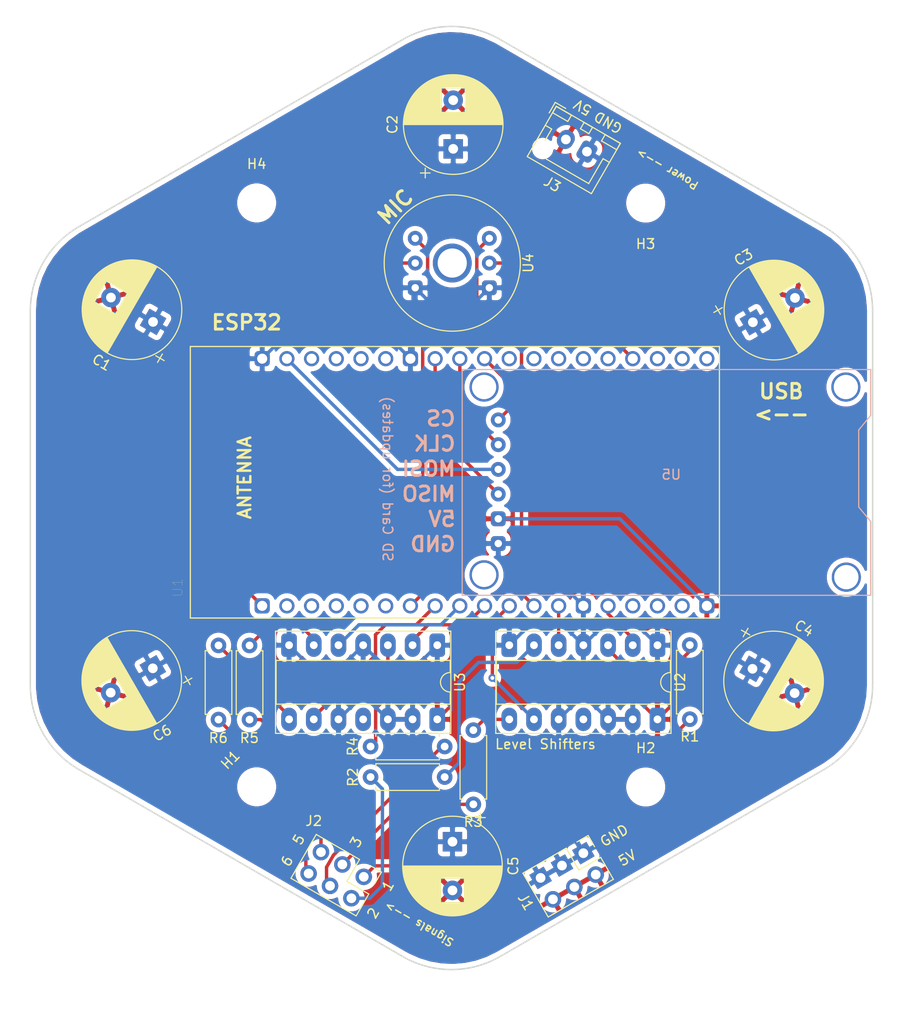
<source format=kicad_pcb>
(kicad_pcb (version 20171130) (host pcbnew 5.1.5+dfsg1-2build2)
  (layers (0 F.Cu signal) (31 B.Cu signal) (34 B.Paste user) (35 F.Paste user) (36 B.SilkS user) (37 F.SilkS user) (38 B.Mask user) (39 F.Mask user) (44 Edge.Cuts user))
  (net 0 "")
  (net 1 STRIP_2)
  (net 2 STRIP_1)
  (net 3 STRIP_3)
  (net 4 STRIP_4)
  (net 5 STRIP_5)
  (net 6 STRIP_6)
  (net 7 5V)
  (net 8 GND)
  (net 9 STRIP6_OUT)
  (net 10 STRIP5_OUT)
  (net 11 STRIP4_OUT)
  (net 12 STRIP3_OUT)
  (net 13 STRIP2_OUT)
  (net 14 STRIP1_OUT)
  (net 15 "Net-(R1-Pad1)")
  (net 16 "Net-(R2-Pad1)")
  (net 17 "Net-(R3-Pad1)")
  (net 18 "Net-(R4-Pad1)")
  (net 19 "Net-(R5-Pad1)")
  (net 20 "Net-(R6-Pad1)")
  (net 21 "Net-(U2-Pad11)")
  (net 22 WS)
  (net 23 SD)
  (net 24 3v3)
  (net 25 MISO)
  (net 26 CLK)
  (net 27 MOSI)
  (net 28 CS)
  (net 29 MIC_SCK)
  (net 30 "Net-(U3-Pad11)")
  (net 31 "Net-(U1-Pad38)")
  (net 32 "Net-(U1-Pad37)")
  (net 33 "Net-(U1-Pad36)")
  (net 34 "Net-(U1-Pad34)")
  (net 35 "Net-(U1-Pad33)")
  (net 36 "Net-(U1-Pad32)")
  (net 37 "Net-(U1-Pad31)")
  (net 38 "Net-(U1-Pad30)")
  (net 39 "Net-(U1-Pad25)")
  (net 40 "Net-(U1-Pad24)")
  (net 41 "Net-(U1-Pad23)")
  (net 42 "Net-(U1-Pad22)")
  (net 43 "Net-(U1-Pad18)")
  (net 44 "Net-(U1-Pad17)")
  (net 45 "Net-(U1-Pad16)")
  (net 46 "Net-(U1-Pad6)")
  (net 47 "Net-(U1-Pad5)")
  (net 48 "Net-(U1-Pad4)")
  (net 49 "Net-(U1-Pad3)")
  (net 50 "Net-(U1-Pad2)")
  (module esp32-devkitd:MODULE_ESP32-DEVKITC-32D (layer F.Cu) (at 138.588 98.637 90)
    (fp_text reference U1 (at -10.829175 -28.446045 90) (layer F.SilkS) (effects (font (size 1.000386 1.000386) (thickness 0.015))))
    (fp_text value ESP32-DEVKITC-32D)
    (pad 38 thru_hole circle (at 12.7 25.96 90) (size 1.56 1.56) (drill 1.04) (layers *.Cu *.Mask) (net 31 "Net-(U1-Pad38)"))
    (pad 37 thru_hole circle (at 12.7 23.42 90) (size 1.56 1.56) (drill 1.04) (layers *.Cu *.Mask) (net 32 "Net-(U1-Pad37)"))
    (pad 36 thru_hole circle (at 12.7 20.88 90) (size 1.56 1.56) (drill 1.04) (layers *.Cu *.Mask) (net 33 "Net-(U1-Pad36)"))
    (pad 35 thru_hole circle (at 12.7 18.34 90) (size 1.56 1.56) (drill 1.04) (layers *.Cu *.Mask) (net 22 WS))
    (pad 34 thru_hole circle (at 12.7 15.8 90) (size 1.56 1.56) (drill 1.04) (layers *.Cu *.Mask) (net 34 "Net-(U1-Pad34)"))
    (pad 33 thru_hole circle (at 12.7 13.26 90) (size 1.56 1.56) (drill 1.04) (layers *.Cu *.Mask) (net 35 "Net-(U1-Pad33)"))
    (pad 32 thru_hole circle (at 12.7 10.72 90) (size 1.56 1.56) (drill 1.04) (layers *.Cu *.Mask) (net 36 "Net-(U1-Pad32)"))
    (pad 31 thru_hole circle (at 12.7 8.18 90) (size 1.56 1.56) (drill 1.04) (layers *.Cu *.Mask) (net 37 "Net-(U1-Pad31)"))
    (pad 30 thru_hole circle (at 12.7 5.64 90) (size 1.56 1.56) (drill 1.04) (layers *.Cu *.Mask) (net 38 "Net-(U1-Pad30)"))
    (pad 29 thru_hole circle (at 12.7 3.1 90) (size 1.56 1.56) (drill 1.04) (layers *.Cu *.Mask) (net 28 CS))
    (pad 28 thru_hole circle (at 12.7 0.56 90) (size 1.56 1.56) (drill 1.04) (layers *.Cu *.Mask) (net 26 CLK))
    (pad 27 thru_hole circle (at 12.7 -1.98 90) (size 1.56 1.56) (drill 1.04) (layers *.Cu *.Mask) (net 25 MISO))
    (pad 26 thru_hole roundrect (at 12.7 -4.52 90) (size 1.56 1.56) (drill 1.04) (layers *.Cu *.Mask) (net 8 GND))
    (pad 25 thru_hole circle (at 12.7 -7.06 90) (size 1.56 1.56) (drill 1.04) (layers *.Cu *.Mask) (net 39 "Net-(U1-Pad25)"))
    (pad 24 thru_hole circle (at 12.7 -9.6 90) (size 1.56 1.56) (drill 1.04) (layers *.Cu *.Mask) (net 40 "Net-(U1-Pad24)"))
    (pad 23 thru_hole circle (at 12.7 -12.14 90) (size 1.56 1.56) (drill 1.04) (layers *.Cu *.Mask) (net 41 "Net-(U1-Pad23)"))
    (pad 22 thru_hole circle (at 12.7 -14.68 90) (size 1.56 1.56) (drill 1.04) (layers *.Cu *.Mask) (net 42 "Net-(U1-Pad22)"))
    (pad 21 thru_hole circle (at 12.7 -17.22 90) (size 1.56 1.56) (drill 1.04) (layers *.Cu *.Mask) (net 27 MOSI))
    (pad 20 thru_hole roundrect (at 12.7 -19.76 90) (size 1.56 1.56) (drill 1.04) (layers *.Cu *.Mask) (net 8 GND))
    (pad 18 thru_hole circle (at -12.7 23.42 90) (size 1.56 1.56) (drill 1.04) (layers *.Cu *.Mask) (net 43 "Net-(U1-Pad18)"))
    (pad 17 thru_hole circle (at -12.7 20.88 90) (size 1.56 1.56) (drill 1.04) (layers *.Cu *.Mask) (net 44 "Net-(U1-Pad17)"))
    (pad 16 thru_hole circle (at -12.7 18.34 90) (size 1.56 1.56) (drill 1.04) (layers *.Cu *.Mask) (net 45 "Net-(U1-Pad16)"))
    (pad 15 thru_hole circle (at -12.7 15.8 90) (size 1.56 1.56) (drill 1.04) (layers *.Cu *.Mask) (net 2 STRIP_1))
    (pad 14 thru_hole roundrect (at -12.7 13.26 90) (size 1.56 1.56) (drill 1.04) (layers *.Cu *.Mask) (net 8 GND))
    (pad 13 thru_hole circle (at -12.7 10.72 90) (size 1.56 1.56) (drill 1.04) (layers *.Cu *.Mask) (net 1 STRIP_2))
    (pad 12 thru_hole circle (at -12.7 8.18 90) (size 1.56 1.56) (drill 1.04) (layers *.Cu *.Mask) (net 29 MIC_SCK))
    (pad 11 thru_hole circle (at -12.7 5.64 90) (size 1.56 1.56) (drill 1.04) (layers *.Cu *.Mask) (net 3 STRIP_3))
    (pad 10 thru_hole circle (at -12.7 3.1 90) (size 1.56 1.56) (drill 1.04) (layers *.Cu *.Mask) (net 4 STRIP_4))
    (pad 9 thru_hole circle (at -12.7 0.56 90) (size 1.56 1.56) (drill 1.04) (layers *.Cu *.Mask) (net 5 STRIP_5))
    (pad 8 thru_hole circle (at -12.7 -1.98 90) (size 1.56 1.56) (drill 1.04) (layers *.Cu *.Mask) (net 6 STRIP_6))
    (pad 7 thru_hole circle (at -12.7 -4.52 90) (size 1.56 1.56) (drill 1.04) (layers *.Cu *.Mask) (net 23 SD))
    (pad 6 thru_hole circle (at -12.7 -7.06 90) (size 1.56 1.56) (drill 1.04) (layers *.Cu *.Mask) (net 46 "Net-(U1-Pad6)"))
    (pad 5 thru_hole circle (at -12.7 -9.6 90) (size 1.56 1.56) (drill 1.04) (layers *.Cu *.Mask) (net 47 "Net-(U1-Pad5)"))
    (pad 4 thru_hole circle (at -12.7 -12.14 90) (size 1.56 1.56) (drill 1.04) (layers *.Cu *.Mask) (net 48 "Net-(U1-Pad4)"))
    (pad 3 thru_hole circle (at -12.7 -14.68 90) (size 1.56 1.56) (drill 1.04) (layers *.Cu *.Mask) (net 49 "Net-(U1-Pad3)"))
    (pad 19 thru_hole roundrect (at -12.7 25.96 90) (size 1.56 1.56) (drill 1.04) (layers *.Cu *.Mask) (net 7 5V))
    (pad 2 thru_hole circle (at -12.7 -17.22 90) (size 1.56 1.56) (drill 1.04) (layers *.Cu *.Mask) (net 50 "Net-(U1-Pad2)"))
    (pad 1 thru_hole roundrect (at -12.7 -19.76 90) (size 1.56 1.56) (drill 1.04) (layers *.Cu *.Mask) (net 24 3v3))
  )
  (module Package_DIP:DIP-14_W7.62mm_Socket_LongPads (layer F.Cu) (at 136.8298 115.37696 270)
    (fp_text reference U3 (at 3.81 -2.33 90) (layer F.SilkS))
    (fp_text value 74HCT125)
    (pad 14 thru_hole roundrect (at 7.62 0 270) (size 2.4 1.6) (drill 0.8) (layers *.Cu *.Mask) (net 7 5V))
    (pad 7 thru_hole roundrect (at 0 15.24 270) (size 2.4 1.6) (drill 0.8) (layers *.Cu *.Mask) (net 8 GND))
    (pad 13 thru_hole oval (at 7.62 2.54 270) (size 2.4 1.6) (drill 0.8) (layers *.Cu *.Mask) (net 8 GND))
    (pad 6 thru_hole oval (at 0 12.7 270) (size 2.4 1.6) (drill 0.8) (layers *.Cu *.Mask) (net 19 "Net-(R5-Pad1)"))
    (pad 12 thru_hole oval (at 7.62 5.08 270) (size 2.4 1.6) (drill 0.8) (layers *.Cu *.Mask) (net 8 GND))
    (pad 5 thru_hole oval (at 0 10.16 270) (size 2.4 1.6) (drill 0.8) (layers *.Cu *.Mask) (net 5 STRIP_5))
    (pad 11 thru_hole oval (at 7.62 7.62 270) (size 2.4 1.6) (drill 0.8) (layers *.Cu *.Mask) (net 30 "Net-(U3-Pad11)"))
    (pad 4 thru_hole oval (at 0 7.62 270) (size 2.4 1.6) (drill 0.8) (layers *.Cu *.Mask) (net 8 GND))
    (pad 10 thru_hole oval (at 7.62 10.16 270) (size 2.4 1.6) (drill 0.8) (layers *.Cu *.Mask) (net 8 GND))
    (pad 3 thru_hole oval (at 0 5.08 270) (size 2.4 1.6) (drill 0.8) (layers *.Cu *.Mask) (net 18 "Net-(R4-Pad1)"))
    (pad 9 thru_hole oval (at 7.62 12.7 270) (size 2.4 1.6) (drill 0.8) (layers *.Cu *.Mask) (net 6 STRIP_6))
    (pad 2 thru_hole oval (at 0 2.54 270) (size 2.4 1.6) (drill 0.8) (layers *.Cu *.Mask) (net 4 STRIP_4))
    (pad 8 thru_hole oval (at 7.62 15.24 270) (size 2.4 1.6) (drill 0.8) (layers *.Cu *.Mask) (net 20 "Net-(R6-Pad1)"))
    (pad 1 thru_hole roundrect (at 0 0 270) (size 2.4 1.6) (drill 0.8) (layers *.Cu *.Mask) (net 8 GND))
  )
  (module Package_DIP:DIP-14_W7.62mm_Socket_LongPads (layer F.Cu) (at 159.47 115.38 270)
    (fp_text reference U2 (at 3.81 -2.33 90) (layer F.SilkS))
    (fp_text value 74HCT125)
    (pad 1 thru_hole roundrect (at 0 0 270) (size 2.4 1.6) (drill 0.8) (layers *.Cu *.Mask) (net 8 GND))
    (pad 8 thru_hole oval (at 7.62 15.24 270) (size 2.4 1.6) (drill 0.8) (layers *.Cu *.Mask) (net 17 "Net-(R3-Pad1)"))
    (pad 2 thru_hole oval (at 0 2.54 270) (size 2.4 1.6) (drill 0.8) (layers *.Cu *.Mask) (net 2 STRIP_1))
    (pad 9 thru_hole oval (at 7.62 12.7 270) (size 2.4 1.6) (drill 0.8) (layers *.Cu *.Mask) (net 3 STRIP_3))
    (pad 3 thru_hole oval (at 0 5.08 270) (size 2.4 1.6) (drill 0.8) (layers *.Cu *.Mask) (net 15 "Net-(R1-Pad1)"))
    (pad 10 thru_hole oval (at 7.62 10.16 270) (size 2.4 1.6) (drill 0.8) (layers *.Cu *.Mask) (net 8 GND))
    (pad 4 thru_hole oval (at 0 7.62 270) (size 2.4 1.6) (drill 0.8) (layers *.Cu *.Mask) (net 8 GND))
    (pad 11 thru_hole oval (at 7.62 7.62 270) (size 2.4 1.6) (drill 0.8) (layers *.Cu *.Mask) (net 21 "Net-(U2-Pad11)"))
    (pad 5 thru_hole oval (at 0 10.16 270) (size 2.4 1.6) (drill 0.8) (layers *.Cu *.Mask) (net 1 STRIP_2))
    (pad 12 thru_hole oval (at 7.62 5.08 270) (size 2.4 1.6) (drill 0.8) (layers *.Cu *.Mask) (net 8 GND))
    (pad 6 thru_hole oval (at 0 12.7 270) (size 2.4 1.6) (drill 0.8) (layers *.Cu *.Mask) (net 16 "Net-(R2-Pad1)"))
    (pad 13 thru_hole oval (at 7.62 2.54 270) (size 2.4 1.6) (drill 0.8) (layers *.Cu *.Mask) (net 8 GND))
    (pad 7 thru_hole roundrect (at 0 15.24 270) (size 2.4 1.6) (drill 0.8) (layers *.Cu *.Mask) (net 8 GND))
    (pad 14 thru_hole roundrect (at 7.62 0 270) (size 2.4 1.6) (drill 0.8) (layers *.Cu *.Mask) (net 7 5V))
  )
  (module kwmobile_sdcard_module:sdcard_module (layer B.Cu) (at 139.39 87.05)
    (fp_text reference U5 (at 21.5 10.8 180) (layer B.SilkS) (effects (justify mirror)))
    (fp_text value sdcard_module)
    (pad "" np_thru_hole circle (at 39.45 1.8) (size 3 3) (drill 2.5) (layers *.Cu *.Mask))
    (pad "" np_thru_hole circle (at 2.25 1.8) (size 3 3) (drill 2.5) (layers *.Cu *.Mask))
    (pad "" np_thru_hole circle (at 2.25 21.1) (size 3 3) (drill 2.5) (layers *.Cu *.Mask))
    (pad "" np_thru_hole circle (at 39.497 21.336) (size 3 3) (drill 2.5) (layers *.Cu *.Mask))
    (pad 6 thru_hole circle (at 3.71 5.18) (size 1.524 1.524) (drill 0.762) (layers *.Cu *.Mask) (net 28 CS))
    (pad 5 thru_hole circle (at 3.71 7.72) (size 1.524 1.524) (drill 0.762) (layers *.Cu *.Mask) (net 26 CLK))
    (pad 4 thru_hole circle (at 3.71 10.26) (size 1.524 1.524) (drill 0.762) (layers *.Cu *.Mask) (net 27 MOSI))
    (pad 3 thru_hole circle (at 3.71 12.8) (size 1.524 1.524) (drill 0.762) (layers *.Cu *.Mask) (net 25 MISO))
    (pad 2 thru_hole roundrect (at 3.71 15.34) (size 1.524 1.524) (drill 0.762) (layers *.Cu *.Mask) (net 7 5V))
    (pad 1 thru_hole roundrect (at 3.71 17.88) (size 1.524 1.524) (drill 0.762) (layers *.Cu *.Mask) (net 8 GND))
  )
  (module Capacitor_THT:CP_Radial_D10.0mm_P5.00mm (layer F.Cu) (at 107.6071 82.1563 150)
    (fp_text reference C1 (at 2.5 -6.25 150) (layer F.SilkS))
    (fp_text value C)
    (pad 1 thru_hole rect (at 0 0 150) (size 2 2) (drill 1) (layers *.Cu *.Mask) (net 8 GND))
    (pad 2 thru_hole circle (at 5 0 150) (size 2 2) (drill 1) (layers *.Cu *.Mask) (net 7 5V))
  )
  (module Capacitor_THT:CP_Radial_D10.0mm_P5.00mm (layer F.Cu) (at 107.5817 117.7544 210)
    (fp_text reference C6 (at 2.500001 -6.25 30) (layer F.SilkS))
    (fp_text value C)
    (pad 1 thru_hole rect (at 0 0 210) (size 2 2) (drill 1) (layers *.Cu *.Mask) (net 8 GND))
    (pad 2 thru_hole circle (at 5 0 210) (size 2 2) (drill 1) (layers *.Cu *.Mask) (net 7 5V))
  )
  (module Connector_PinHeader_2.54mm:PinHeader_2x03_P2.54mm_Vertical (layer F.Cu) (at 151.85 136.75 300)
    (fp_text reference J1 (at 1.378787 7.63187 120) (layer F.SilkS))
    (fp_text value Conn_02x03_Counter_Clockwise)
    (pad 6 thru_hole oval (at 2.54 5.08 300) (size 1.7 1.7) (drill 1) (layers *.Cu *.Mask) (net 7 5V))
    (pad 5 thru_hole rect (at 0 5.08 300) (size 1.7 1.7) (drill 1) (layers *.Cu *.Mask) (net 8 GND))
    (pad 4 thru_hole oval (at 2.54 2.54 300) (size 1.7 1.7) (drill 1) (layers *.Cu *.Mask) (net 7 5V))
    (pad 3 thru_hole rect (at 0 2.54 300) (size 1.7 1.7) (drill 1) (layers *.Cu *.Mask) (net 8 GND))
    (pad 2 thru_hole oval (at 2.54 0 300) (size 1.7 1.7) (drill 1) (layers *.Cu *.Mask) (net 7 5V))
    (pad 1 thru_hole rect (at 0 0 300) (size 1.7 1.7) (drill 1) (layers *.Cu *.Mask) (net 8 GND))
  )
  (module MountingHole:MountingHole_3mm (layer F.Cu) (at 118.26 69.93)
    (fp_text reference H4 (at 0 -4) (layer F.SilkS))
    (fp_text value MountingHole)
    (pad 1 np_thru_hole circle (at 0 0) (size 3 3) (drill 3) (layers *.Cu *.Mask))
  )
  (module MountingHole:MountingHole_3mm (layer F.Cu) (at 158.26 69.95)
    (fp_text reference H3 (at -0.01 4.2) (layer F.SilkS))
    (fp_text value MountingHole)
    (pad 1 np_thru_hole circle (at 0 0) (size 3 3) (drill 3) (layers *.Cu *.Mask))
  )
  (module MountingHole:MountingHole_3mm (layer F.Cu) (at 158.26 129.95)
    (fp_text reference H2 (at 0 -4) (layer F.SilkS))
    (fp_text value MountingHole)
    (pad 1 np_thru_hole circle (at 0 0) (size 3 3) (drill 3) (layers *.Cu *.Mask))
  )
  (module MountingHole:MountingHole_3mm (layer F.Cu) (at 118.26 129.93)
    (fp_text reference H1 (at -2.7 -2.77 45) (layer F.SilkS))
    (fp_text value MountingHole)
    (pad 1 np_thru_hole circle (at 0 0) (size 3 3) (drill 3) (layers *.Cu *.Mask))
  )
  (module Capacitor_THT:CP_Radial_D10.0mm_P5.00mm (layer F.Cu) (at 138.3919 135.5725 270)
    (fp_text reference C5 (at 2.5 -6.25 90) (layer F.SilkS))
    (fp_text value C)
    (pad 2 thru_hole circle (at 5 0 270) (size 2 2) (drill 1) (layers *.Cu *.Mask) (net 7 5V))
    (pad 1 thru_hole rect (at 0 0 270) (size 2 2) (drill 1) (layers *.Cu *.Mask) (net 8 GND))
  )
  (module Capacitor_THT:CP_Radial_D10.0mm_P5.00mm (layer F.Cu) (at 138.4681 64.3763 90)
    (fp_text reference C2 (at 2.5 -6.25 90) (layer F.SilkS))
    (fp_text value C)
    (pad 2 thru_hole circle (at 5 0 90) (size 2 2) (drill 1) (layers *.Cu *.Mask) (net 7 5V))
    (pad 1 thru_hole rect (at 0 0 90) (size 2 2) (drill 1) (layers *.Cu *.Mask) (net 8 GND))
  )
  (module Capacitor_THT:CP_Radial_D10.0mm_P5.00mm (layer F.Cu) (at 169.2783 82.19186 30)
    (fp_text reference C3 (at 2.5 -6.25 30) (layer F.SilkS))
    (fp_text value C)
    (pad 1 thru_hole rect (at 0 0 30) (size 2 2) (drill 1) (layers *.Cu *.Mask) (net 8 GND))
    (pad 2 thru_hole circle (at 5 0 30) (size 2 2) (drill 1) (layers *.Cu *.Mask) (net 7 5V))
  )
  (module Capacitor_THT:CP_Radial_D10.0mm_P5.00mm (layer F.Cu) (at 169.2402 117.8052 330)
    (fp_text reference C4 (at 2.5 -6.25 150) (layer F.SilkS))
    (fp_text value C)
    (pad 2 thru_hole circle (at 5 0 330) (size 2 2) (drill 1) (layers *.Cu *.Mask) (net 7 5V))
    (pad 1 thru_hole rect (at 0 0 330) (size 2 2) (drill 1) (layers *.Cu *.Mask) (net 8 GND))
  )
  (module inmp441:inmp441 (layer F.Cu) (at 138.37 76.11 90)
    (fp_text reference U4 (at 0 7.82 270) (layer F.SilkS))
    (fp_text value INMP441)
    (pad 1 thru_hole roundrect (at -2.54 -3.81 90) (size 1.524 1.524) (drill 0.762) (layers *.Cu *.Mask) (net 8 GND))
    (pad 2 thru_hole circle (at 0 -3.81 90) (size 1.524 1.524) (drill 0.762) (layers *.Cu *.Mask) (net 24 3v3))
    (pad 3 thru_hole circle (at 2.54 -3.81 90) (size 1.524 1.524) (drill 0.762) (layers *.Cu *.Mask) (net 23 SD))
    (pad 6 thru_hole circle (at 2.54 3.81 180) (size 1.524 1.524) (drill 0.762) (layers *.Cu *.Mask) (net 29 MIC_SCK))
    (pad 5 thru_hole circle (at 0 3.81 90) (size 1.524 1.524) (drill 0.762) (layers *.Cu *.Mask) (net 22 WS))
    (pad 4 thru_hole roundrect (at -2.54 3.81 90) (size 1.524 1.524) (drill 0.762) (layers *.Cu *.Mask) (net 8 GND))
    (pad "" np_thru_hole circle (at 0 0 90) (size 4 4) (drill 3) (layers *.Cu *.Mask))
  )
  (module Resistor_THT:R_Axial_DIN0207_L6.3mm_D2.5mm_P7.62mm_Horizontal (layer F.Cu) (at 137.59 128.93 180)
    (fp_text reference R2 (at 9.44 -0.01 270) (layer F.SilkS))
    (fp_text value 4,7k)
    (pad 1 thru_hole circle (at 0 0 180) (size 1.6 1.6) (drill 0.8) (layers *.Cu *.Mask) (net 16 "Net-(R2-Pad1)"))
    (pad 2 thru_hole oval (at 7.62 0 180) (size 1.6 1.6) (drill 0.8) (layers *.Cu *.Mask) (net 13 STRIP2_OUT))
  )
  (module Connector_JST:JST_XH_B2B-XH-AM_1x02_P2.50mm_Vertical (layer F.Cu) (at 150.05 63.41 330)
    (fp_text reference J3 (at 1.087564 4.683717 150) (layer F.SilkS))
    (fp_text value Conn_02x01)
    (pad 1 thru_hole oval (at 0 0 330) (size 1.7 2) (drill 1) (layers *.Cu *.Mask) (net 7 5V))
    (pad 2 thru_hole roundrect (at 2.5 0 330) (size 1.7 2) (drill 1) (layers *.Cu *.Mask) (net 8 GND))
    (pad "" np_thru_hole circle (at -1.6 2 330) (size 1.2 1.2) (drill 1.2) (layers *.Cu *.Mask))
  )
  (module Connector_PinHeader_2.54mm:PinHeader_2x03_P2.54mm_Vertical (layer F.Cu) (at 129.27 139.18 240)
    (fp_text reference J2 (at -2.400986 7.321371) (layer F.SilkS))
    (fp_text value Conn_02x03_Counter_Clockwise)
    (pad 6 thru_hole oval (at 2.54 5.08 240) (size 1.7 1.7) (drill 1) (layers *.Cu *.Mask) (net 9 STRIP6_OUT))
    (pad 5 thru_hole oval (at 0 5.08 240) (size 1.7 1.7) (drill 1) (layers *.Cu *.Mask) (net 10 STRIP5_OUT))
    (pad 4 thru_hole oval (at 2.54 2.54 240) (size 1.7 1.7) (drill 1) (layers *.Cu *.Mask) (net 11 STRIP4_OUT))
    (pad 3 thru_hole oval (at 0 2.54 240) (size 1.7 1.7) (drill 1) (layers *.Cu *.Mask) (net 12 STRIP3_OUT))
    (pad 2 thru_hole oval (at 2.54 0 240) (size 1.7 1.7) (drill 1) (layers *.Cu *.Mask) (net 13 STRIP2_OUT))
    (pad 1 thru_hole circle (at 0 0 240) (size 1.7 1.7) (drill 1) (layers *.Cu *.Mask) (net 14 STRIP1_OUT))
  )
  (module Resistor_THT:R_Axial_DIN0207_L6.3mm_D2.5mm_P7.62mm_Horizontal (layer F.Cu) (at 114.33704 115.4 270)
    (fp_text reference R6 (at 9.514 0.02 180) (layer F.SilkS))
    (fp_text value 4,7k)
    (pad 1 thru_hole circle (at 0 0 270) (size 1.6 1.6) (drill 0.8) (layers *.Cu *.Mask) (net 20 "Net-(R6-Pad1)"))
    (pad 2 thru_hole oval (at 7.62 0 270) (size 1.6 1.6) (drill 0.8) (layers *.Cu *.Mask) (net 9 STRIP6_OUT))
  )
  (module Resistor_THT:R_Axial_DIN0207_L6.3mm_D2.5mm_P7.62mm_Horizontal (layer F.Cu) (at 117.52704 115.404 270)
    (fp_text reference R5 (at 9.514 0.02 180) (layer F.SilkS))
    (fp_text value 4,7k)
    (pad 1 thru_hole circle (at 0 0 270) (size 1.6 1.6) (drill 0.8) (layers *.Cu *.Mask) (net 19 "Net-(R5-Pad1)"))
    (pad 2 thru_hole oval (at 7.62 0 270) (size 1.6 1.6) (drill 0.8) (layers *.Cu *.Mask) (net 10 STRIP5_OUT))
  )
  (module Resistor_THT:R_Axial_DIN0207_L6.3mm_D2.5mm_P7.62mm_Horizontal (layer F.Cu) (at 129.97 125.79)
    (fp_text reference R4 (at -1.84 0 -90) (layer F.SilkS))
    (fp_text value 4,7k)
    (pad 2 thru_hole oval (at 7.62 0) (size 1.6 1.6) (drill 0.8) (layers *.Cu *.Mask) (net 11 STRIP4_OUT))
    (pad 1 thru_hole circle (at 0 0) (size 1.6 1.6) (drill 0.8) (layers *.Cu *.Mask) (net 18 "Net-(R4-Pad1)"))
  )
  (module Resistor_THT:R_Axial_DIN0207_L6.3mm_D2.5mm_P7.62mm_Horizontal (layer F.Cu) (at 140.5382 124.10948 270)
    (fp_text reference R3 (at 9.42 0.01 180) (layer F.SilkS))
    (fp_text value 4,7k)
    (pad 2 thru_hole oval (at 7.62 0 270) (size 1.6 1.6) (drill 0.8) (layers *.Cu *.Mask) (net 12 STRIP3_OUT))
    (pad 1 thru_hole circle (at 0 0 270) (size 1.6 1.6) (drill 0.8) (layers *.Cu *.Mask) (net 17 "Net-(R3-Pad1)"))
  )
  (module Resistor_THT:R_Axial_DIN0207_L6.3mm_D2.5mm_P7.62mm_Horizontal (layer F.Cu) (at 162.79368 115.36172 270)
    (fp_text reference R1 (at 9.398 0 180) (layer F.SilkS))
    (fp_text value 4,7k)
    (pad 2 thru_hole oval (at 7.62 0 270) (size 1.6 1.6) (drill 0.8) (layers *.Cu *.Mask) (net 14 STRIP1_OUT))
    (pad 1 thru_hole circle (at 0 0 270) (size 1.6 1.6) (drill 0.8) (layers *.Cu *.Mask) (net 15 "Net-(R1-Pad1)"))
  )
  (gr_text ANTENNA (at 117.0178 98.1583 90) (layer F.SilkS) (effects (font (size 1.3 1.3) (thickness 0.25))))
  (gr_text github.com/barafael/dodeca-blink (at 105.1 99.67 90) (layer F.Cu) (effects (font (size 0.8 0.8))))
  (gr_text github.com/barafael/dodeca-blink-pcb (at 107.41 99.669999 90) (layer F.Cu) (effects (font (size 0.8 0.8))))
  (gr_text <-- (at 172.23 91.61) (layer F.SilkS) (effects (font (size 1.5 1.5) (thickness 0.3))))
  (gr_text USB (at 172.19 89.3) (layer F.SilkS) (effects (font (size 1.5 1.5) (thickness 0.3))))
  (gr_text "Rafael Bachmann (March 2021)" (at 109.72 99.67 90) (layer F.Cu) (effects (font (size 0.8 0.8))))
  (gr_text "I wonder -" (at 110.66 131.45 -30) (layer F.Cu) (effects (font (size 1.5 1.5) (thickness 0.3))))
  (gr_text ...hexagonal? (at 126.29 60.11 -150) (layer F.Cu) (effects (font (size 1.5 1.5) (thickness 0.3))))
  (gr_text "is this..." (at 171.67 72.01 150) (layer F.Cu) (effects (font (size 1.5 1.5) (thickness 0.3))))
  (gr_text "oh, why..." (at 178.69 116.4 90) (layer F.Cu) (effects (font (size 1.5 1.5) (thickness 0.3))))
  (gr_text why... (at 168.62 129.21 30) (layer F.Cu) (effects (font (size 1.5 1.5) (thickness 0.3))))
  (gr_text 5V (at 156.36 137.25 30) (layer F.SilkS) (effects (font (size 1 1))))
  (gr_text GND (at 155.02 134.95 30) (layer F.SilkS) (effects (font (size 1 1))))
  (gr_text 5V (at 151.79 60.1 150) (layer F.SilkS) (effects (font (size 1 1))))
  (gr_text GND (at 154.41 61.64 150) (layer F.SilkS) (effects (font (size 1 1))))
  (gr_text "Power -->" (at 160.48 66.45 150) (layer F.SilkS) (effects (font (size 0.8 0.8))))
  (gr_text "Signals -->" (at 134.95 144.03 150) (layer F.SilkS) (effects (font (size 0.8 0.8))))
  (gr_text 6 (at 121.39 137.56 60) (layer F.SilkS) (effects (font (size 1 1))))
  (gr_text 5 (at 122.59 135.36 60) (layer F.SilkS) (effects (font (size 1 1))))
  (gr_text 3 (at 128.5 135.62 60) (layer F.SilkS) (effects (font (size 1 1))))
  (gr_text 2 (at 130.25 142.91 60) (layer F.SilkS) (effects (font (size 1 1))))
  (gr_text 1 (at 131.76 140.1 60) (layer F.SilkS) (effects (font (size 1 1))))
  (gr_text "SD Card (for updates)" (at 131.72 98.3 -90) (layer B.SilkS) (effects (font (size 1 1)) (justify mirror)))
  (gr_text "Level Shifters" (at 147.95 125.55) (layer F.SilkS) (effects (font (size 1 1))))
  (gr_text ESP32 (at 117.23 82.22) (layer F.SilkS) (effects (font (size 1.5 1.5) (thickness 0.3))))
  (gr_text MIC (at 132.52 70.35 45) (layer F.SilkS) (effects (font (size 1.5 1.5) (thickness 0.3))))
  (gr_text "Revision 2" (at 101.61 99.67 90) (layer F.Cu) (effects (font (size 1.5 1.5) (thickness 0.3))))
  (gr_text "Dodecahedron Controller" (at 98.02 99.67 90) (layer F.Cu) (effects (font (size 1.5 1.5) (thickness 0.3))))
  (gr_arc (start 138.280002 138.709741) (end 143.271342 147.374995) (angle 59.94270321) (layer Edge.Cuts) (width 0.15))
  (gr_arc (start 104.990005 119.494746) (end 99.981345 128.15) (angle 59.94270321) (layer Edge.Cuts) (width 0.15))
  (gr_arc (start 104.99 81.030258) (end 94.99 81.020258) (angle 59.94270321) (layer Edge.Cuts) (width 0.15))
  (gr_arc (start 138.29134 61.795254) (end 133.3 53.13) (angle 59.94270321) (layer Edge.Cuts) (width 0.15))
  (gr_arc (start 171.589995 81.035254) (end 176.598655 72.38) (angle 59.94270321) (layer Edge.Cuts) (width 0.15))
  (gr_arc (start 171.589997 119.489742) (end 181.589997 119.499742) (angle 59.94270321) (layer Edge.Cuts) (width 0.15))
  (gr_line (start 176.59 128.15) (end 143.271342 147.374995) (layer Edge.Cuts) (width 0.15))
  (gr_line (start 133.28 147.37) (end 99.981345 128.15) (layer Edge.Cuts) (width 0.15))
  (gr_line (start 94.99 119.494746) (end 94.99 81.020258) (layer Edge.Cuts) (width 0.15))
  (gr_line (start 99.989997 72.37) (end 133.3 53.13) (layer Edge.Cuts) (width 0.15))
  (gr_line (start 143.291342 53.134995) (end 176.598655 72.38) (layer Edge.Cuts) (width 0.15))
  (gr_line (start 181.59 81.035254) (end 181.589997 119.499742) (layer Edge.Cuts) (width 0.15))
  (gr_text GND (at 136.378571 105) (layer B.SilkS) (effects (font (size 1.5 1.5) (thickness 0.3)) (justify mirror)))
  (gr_text 5V (at 137.307143 102.42) (layer B.SilkS) (effects (font (size 1.5 1.5) (thickness 0.3)) (justify mirror)))
  (gr_text MISO (at 135.95 99.84) (layer B.SilkS) (effects (font (size 1.5 1.5) (thickness 0.3)) (justify mirror)))
  (gr_text MOSI (at 135.95 97.26) (layer B.SilkS) (effects (font (size 1.5 1.5) (thickness 0.3)) (justify mirror)))
  (gr_text CLK (at 136.557143 94.68) (layer B.SilkS) (effects (font (size 1.5 1.5) (thickness 0.3)) (justify mirror)))
  (gr_text CS (at 137.2 92.1) (layer B.SilkS) (effects (font (size 1.5 1.5) (thickness 0.3)) (justify mirror)))
  (segment (start 149.308 115.378) (end 149.31 115.38) (width 0.35) (layer F.Cu) (net 1))
  (segment (start 149.308 111.337) (end 149.308 115.378) (width 0.35) (layer F.Cu) (net 1))
  (segment (start 156.93 114.692) (end 156.93 115.38) (width 0.35) (layer F.Cu) (net 2))
  (segment (start 154.388 112.15) (end 156.93 114.692) (width 0.35) (layer F.Cu) (net 2))
  (segment (start 154.388 111.337) (end 154.388 112.15) (width 0.35) (layer F.Cu) (net 2))
  (segment (start 142.494 113.071) (end 142.494 118.745) (width 0.35) (layer F.Cu) (net 3))
  (segment (start 144.228 111.337) (end 142.494 113.071) (width 0.35) (layer F.Cu) (net 3))
  (segment (start 142.515 118.745) (end 142.494 118.745) (width 0.35) (layer B.Cu) (net 3))
  (segment (start 146.77 123) (end 142.515 118.745) (width 0.35) (layer B.Cu) (net 3))
  (via (at 142.494 118.745) (size 0.8) (drill 0.4) (layers F.Cu B.Cu) (net 3))
  (segment (start 134.29 114.884) (end 134.29 115.39) (width 0.35) (layer F.Cu) (net 4))
  (segment (start 135.889 113.284) (end 135.889 113.285) (width 0.35) (layer F.Cu) (net 4))
  (segment (start 139.741 113.284) (end 135.889 113.284) (width 0.35) (layer F.Cu) (net 4))
  (segment (start 141.688 111.337) (end 139.741 113.284) (width 0.35) (layer F.Cu) (net 4))
  (segment (start 135.889 113.285) (end 134.29 114.884) (width 0.35) (layer F.Cu) (net 4))
  (segment (start 137.201 113.284) (end 139.148 111.337) (width 0.35) (layer B.Cu) (net 5))
  (segment (start 128.776 113.284) (end 137.201 113.284) (width 0.35) (layer B.Cu) (net 5))
  (segment (start 126.67 115.39) (end 128.776 113.284) (width 0.35) (layer B.Cu) (net 5))
  (segment (start 131.496 113.284) (end 134.661 113.284) (width 0.35) (layer F.Cu) (net 6))
  (segment (start 134.661 113.284) (end 136.608 111.337) (width 0.35) (layer F.Cu) (net 6))
  (segment (start 130.48 114.3) (end 131.496 113.284) (width 0.35) (layer F.Cu) (net 6))
  (segment (start 130.48 116.407) (end 130.48 114.3) (width 0.35) (layer F.Cu) (net 6))
  (segment (start 124.13 122.757) (end 130.48 116.407) (width 0.35) (layer F.Cu) (net 6))
  (segment (start 124.13 123.01) (end 124.13 122.757) (width 0.35) (layer F.Cu) (net 6))
  (segment (start 155.601 102.39) (end 164.548 111.337) (width 0.35) (layer B.Cu) (net 7))
  (segment (start 143.1 102.39) (end 155.601 102.39) (width 0.35) (layer B.Cu) (net 7))
  (segment (start 136.83 123.01) (end 139.48 120.36) (width 0.35) (layer F.Cu) (net 7))
  (segment (start 139.48 120.36) (end 156.83 120.36) (width 0.35) (layer F.Cu) (net 7))
  (segment (start 156.83 120.36) (end 159.47 123) (width 0.35) (layer F.Cu) (net 7))
  (segment (start 159.47 123) (end 164.548 117.922) (width 0.35) (layer F.Cu) (net 7))
  (segment (start 164.548 117.922) (end 164.548 111.337) (width 0.35) (layer F.Cu) (net 7))
  (segment (start 134.068 85.937) (end 134.06 85.929) (width 0.25) (layer B.Cu) (net 8))
  (segment (start 145.441 104.93) (end 151.848 111.337) (width 0.35) (layer B.Cu) (net 8))
  (segment (start 143.1 104.93) (end 145.441 104.93) (width 0.35) (layer B.Cu) (net 8))
  (segment (start 151.848 115.378) (end 151.85 115.38) (width 0.35) (layer B.Cu) (net 8))
  (segment (start 151.848 111.337) (end 151.848 115.378) (width 0.35) (layer B.Cu) (net 8))
  (segment (start 121.59 115.39) (end 123.3702 117.1702) (width 0.35) (layer B.Cu) (net 8))
  (segment (start 127.4298 117.1702) (end 129.21 115.39) (width 0.35) (layer B.Cu) (net 8))
  (segment (start 123.3702 117.1702) (end 127.4298 117.1702) (width 0.35) (layer B.Cu) (net 8))
  (segment (start 129.21 115.39) (end 130.9902 117.1702) (width 0.35) (layer B.Cu) (net 8))
  (segment (start 135.0498 117.1702) (end 136.83 115.39) (width 0.35) (layer B.Cu) (net 8))
  (segment (start 130.9902 117.1702) (end 135.0498 117.1702) (width 0.35) (layer B.Cu) (net 8))
  (segment (start 144.22 115.39) (end 144.23 115.38) (width 0.35) (layer B.Cu) (net 8))
  (segment (start 136.83 115.39) (end 144.22 115.39) (width 0.35) (layer B.Cu) (net 8))
  (segment (start 151.85 115.38) (end 151.85 120.46) (width 0.35) (layer B.Cu) (net 8))
  (segment (start 151.85 120.46) (end 154.39 123) (width 0.35) (layer B.Cu) (net 8))
  (segment (start 154.39 123) (end 156.93 123) (width 0.35) (layer B.Cu) (net 8))
  (segment (start 151.85 120.46) (end 149.31 123) (width 0.35) (layer B.Cu) (net 8))
  (segment (start 129.21 115.39) (end 129.21 120.47) (width 0.35) (layer B.Cu) (net 8))
  (segment (start 129.21 120.47) (end 131.75 123.01) (width 0.35) (layer B.Cu) (net 8))
  (segment (start 131.75 123.01) (end 134.29 123.01) (width 0.35) (layer B.Cu) (net 8))
  (segment (start 129.21 120.47) (end 126.67 123.01) (width 0.35) (layer B.Cu) (net 8))
  (segment (start 134.3406 78.8694) (end 134.56 78.65) (width 0.35) (layer B.Cu) (net 8))
  (segment (start 134.3406 85.6644) (end 134.3406 78.8694) (width 0.35) (layer B.Cu) (net 8))
  (segment (start 134.068 85.937) (end 134.3406 85.6644) (width 0.35) (layer B.Cu) (net 8))
  (segment (start 149.881 113.411) (end 151.85 115.38) (width 0.35) (layer B.Cu) (net 8))
  (segment (start 146.199 113.411) (end 149.881 113.411) (width 0.35) (layer B.Cu) (net 8))
  (segment (start 144.23 115.38) (end 146.199 113.411) (width 0.35) (layer B.Cu) (net 8))
  (segment (start 153.819 113.411) (end 151.85 115.38) (width 0.35) (layer B.Cu) (net 8))
  (segment (start 157.501 113.411) (end 153.819 113.411) (width 0.35) (layer B.Cu) (net 8))
  (segment (start 159.47 115.38) (end 157.501 113.411) (width 0.35) (layer B.Cu) (net 8))
  (segment (start 131.443 83.312) (end 134.068 85.937) (width 0.35) (layer B.Cu) (net 8))
  (segment (start 121.453 83.312) (end 131.443 83.312) (width 0.35) (layer B.Cu) (net 8))
  (segment (start 118.828 85.937) (end 121.453 83.312) (width 0.35) (layer B.Cu) (net 8))
  (segment (start 136.174 80.264) (end 134.56 78.65) (width 0.35) (layer B.Cu) (net 8))
  (segment (start 140.566 80.264) (end 136.174 80.264) (width 0.35) (layer B.Cu) (net 8))
  (segment (start 142.18 78.65) (end 140.566 80.264) (width 0.35) (layer B.Cu) (net 8))
  (segment (start 116.53904 125.222) (end 118.618 125.222) (width 0.35) (layer F.Cu) (net 9))
  (segment (start 123.317 138.556114) (end 123.600591 138.839705) (width 0.35) (layer F.Cu) (net 9))
  (segment (start 123.317 129.921) (end 123.317 138.556114) (width 0.35) (layer F.Cu) (net 9))
  (segment (start 118.618 125.222) (end 123.317 129.921) (width 0.35) (layer F.Cu) (net 9))
  (segment (start 114.33704 123.02) (end 116.53904 125.222) (width 0.35) (layer F.Cu) (net 9))
  (segment (start 124.870591 129.203831) (end 124.870591 129.544591) (width 0.35) (layer F.Cu) (net 10))
  (segment (start 118.69076 123.024) (end 124.870591 129.203831) (width 0.35) (layer F.Cu) (net 10))
  (segment (start 124.870591 129.544591) (end 124.870591 136.64) (width 0.35) (layer F.Cu) (net 10))
  (segment (start 117.52704 123.024) (end 118.69076 123.024) (width 0.35) (layer F.Cu) (net 10))
  (segment (start 137.59 125.79) (end 137.459592 125.79) (width 0.35) (layer F.Cu) (net 11))
  (segment (start 125.44425 139.75366) (end 125.800295 140.109705) (width 0.35) (layer F.Cu) (net 11))
  (segment (start 125.44425 138.188936) (end 125.44425 139.75366) (width 0.35) (layer F.Cu) (net 11))
  (segment (start 137.32077 125.79) (end 126.157885 136.952885) (width 0.35) (layer F.Cu) (net 11))
  (segment (start 137.59 125.79) (end 137.32077 125.79) (width 0.35) (layer F.Cu) (net 11))
  (segment (start 126.157885 136.952885) (end 125.44425 138.188936) (width 0.35) (layer F.Cu) (net 11))
  (segment (start 133.250815 131.72948) (end 140.5382 131.72948) (width 0.35) (layer F.Cu) (net 12))
  (segment (start 127.070295 137.91) (end 133.250815 131.72948) (width 0.35) (layer F.Cu) (net 12))
  (segment (start 129.67 128.63) (end 129.97 128.93) (width 0.25) (layer F.Cu) (net 13))
  (segment (start 131.191 130.151) (end 129.97 128.93) (width 0.35) (layer B.Cu) (net 13))
  (segment (start 131.191 140.081) (end 131.191 130.151) (width 0.35) (layer B.Cu) (net 13))
  (segment (start 129.892295 141.379705) (end 131.191 140.081) (width 0.35) (layer B.Cu) (net 13))
  (segment (start 128 141.379705) (end 129.892295 141.379705) (width 0.35) (layer B.Cu) (net 13))
  (segment (start 153.289 125.73) (end 160.0454 125.73) (width 0.35) (layer F.Cu) (net 14))
  (segment (start 160.0454 125.73) (end 162.79368 122.98172) (width 0.35) (layer F.Cu) (net 14))
  (segment (start 140.97 138.049) (end 153.289 125.73) (width 0.35) (layer F.Cu) (net 14))
  (segment (start 129.2726 139.18) (end 130.4036 138.049) (width 0.35) (layer F.Cu) (net 14))
  (segment (start 130.4036 138.049) (end 140.97 138.049) (width 0.35) (layer F.Cu) (net 14))
  (segment (start 129.27 139.18) (end 129.2726 139.18) (width 0.35) (layer F.Cu) (net 14))
  (segment (start 162.79368 115.98402) (end 162.79368 115.36172) (width 0.35) (layer F.Cu) (net 15))
  (segment (start 161.1757 117.602) (end 162.79368 115.98402) (width 0.35) (layer F.Cu) (net 15))
  (segment (start 156.21 117.602) (end 161.1757 117.602) (width 0.35) (layer F.Cu) (net 15))
  (segment (start 154.39 115.782) (end 156.21 117.602) (width 0.35) (layer F.Cu) (net 15))
  (segment (start 154.39 115.38) (end 154.39 115.782) (width 0.35) (layer F.Cu) (net 15))
  (segment (start 139.065 127.455) (end 137.59 128.93) (width 0.35) (layer B.Cu) (net 16))
  (segment (start 139.065 119.1641) (end 139.065 127.455) (width 0.35) (layer B.Cu) (net 16))
  (segment (start 141.0843 117.1448) (end 139.065 119.1641) (width 0.35) (layer B.Cu) (net 16))
  (segment (start 145.0052 117.1448) (end 141.0843 117.1448) (width 0.35) (layer B.Cu) (net 16))
  (segment (start 146.77 115.38) (end 145.0052 117.1448) (width 0.35) (layer B.Cu) (net 16))
  (segment (start 141.64768 123) (end 140.5382 124.10948) (width 0.35) (layer F.Cu) (net 17))
  (segment (start 144.23 123) (end 141.64768 123) (width 0.35) (layer F.Cu) (net 17))
  (segment (start 131.75 115.39) (end 131.75 120.6244) (width 0.35) (layer F.Cu) (net 18))
  (segment (start 131.75 120.6244) (end 130.4925 121.8819) (width 0.35) (layer F.Cu) (net 18))
  (segment (start 130.4925 125.2675) (end 129.97 125.79) (width 0.35) (layer F.Cu) (net 18))
  (segment (start 130.4925 121.8819) (end 130.4925 125.2675) (width 0.35) (layer F.Cu) (net 18))
  (segment (start 122.682 113.284) (end 124.1298 114.7318) (width 0.35) (layer F.Cu) (net 19))
  (segment (start 119.64704 113.284) (end 122.682 113.284) (width 0.35) (layer F.Cu) (net 19))
  (segment (start 124.1298 114.7318) (end 124.1298 115.37696) (width 0.35) (layer F.Cu) (net 19))
  (segment (start 117.52704 115.404) (end 119.64704 113.284) (width 0.35) (layer F.Cu) (net 19))
  (segment (start 121.59 122.65296) (end 121.59 123.01) (width 0.35) (layer F.Cu) (net 20))
  (segment (start 114.33704 115.4) (end 121.59 122.65296) (width 0.35) (layer F.Cu) (net 20))
  (segment (start 147.101 76.11) (end 156.928 85.937) (width 0.35) (layer F.Cu) (net 22))
  (segment (start 142.18 76.11) (end 147.101 76.11) (width 0.35) (layer F.Cu) (net 22))
  (segment (start 135.3312 110.0738) (end 134.068 111.337) (width 0.35) (layer F.Cu) (net 23))
  (segment (start 135.3312 84.4804) (end 135.3312 110.0738) (width 0.35) (layer F.Cu) (net 23))
  (segment (start 135.8392 77.47) (end 136.7663 78.3971) (width 0.35) (layer F.Cu) (net 23))
  (segment (start 136.7663 83.0453) (end 135.3312 84.4804) (width 0.35) (layer F.Cu) (net 23))
  (segment (start 136.7663 78.3971) (end 136.7663 83.0453) (width 0.35) (layer F.Cu) (net 23))
  (segment (start 135.8392 74.8492) (end 135.8392 77.47) (width 0.35) (layer F.Cu) (net 23))
  (segment (start 134.56 73.57) (end 135.8392 74.8492) (width 0.35) (layer F.Cu) (net 23))
  (segment (start 124.1563 76.11) (end 115.7986 84.4677) (width 0.35) (layer F.Cu) (net 24))
  (segment (start 134.56 76.11) (end 124.1563 76.11) (width 0.35) (layer F.Cu) (net 24))
  (segment (start 115.7986 108.3076) (end 115.7986 84.4677) (width 0.35) (layer F.Cu) (net 24))
  (segment (start 118.828 111.337) (end 115.7986 108.3076) (width 0.35) (layer F.Cu) (net 24))
  (segment (start 136.608 93.358) (end 143.1 99.85) (width 0.35) (layer F.Cu) (net 25))
  (segment (start 136.608 85.937) (end 136.608 93.358) (width 0.35) (layer F.Cu) (net 25))
  (segment (start 139.148 90.818) (end 143.1 94.77) (width 0.35) (layer F.Cu) (net 26))
  (segment (start 139.148 85.937) (end 139.148 90.818) (width 0.35) (layer F.Cu) (net 26))
  (segment (start 132.741 97.31) (end 143.1 97.31) (width 0.35) (layer B.Cu) (net 27))
  (segment (start 121.368 85.937) (end 132.741 97.31) (width 0.35) (layer B.Cu) (net 27))
  (segment (start 144.145 91.185) (end 143.1 92.23) (width 0.35) (layer F.Cu) (net 28))
  (segment (start 144.145 88.392) (end 144.145 91.185) (width 0.35) (layer F.Cu) (net 28))
  (segment (start 141.69 85.937) (end 144.145 88.392) (width 0.35) (layer F.Cu) (net 28))
  (segment (start 141.688 85.937) (end 141.69 85.937) (width 0.35) (layer F.Cu) (net 28))
  (segment (start 142.18 73.57) (end 140.8938 74.8562) (width 0.35) (layer F.Cu) (net 29))
  (segment (start 140.8938 74.8562) (end 140.8938 80.518) (width 0.35) (layer F.Cu) (net 29))
  (segment (start 140.8938 80.518) (end 145.4912 85.1154) (width 0.35) (layer F.Cu) (net 29))
  (segment (start 145.4912 110.0602) (end 146.768 111.337) (width 0.35) (layer F.Cu) (net 29))
  (segment (start 145.4912 85.1154) (end 145.4912 110.0602) (width 0.35) (layer F.Cu) (net 29))
  (zone (net 8) (net_name GND) (layer B.Cu) (connect_pads (clearance 0.508)) (min_thickness 0.254) (fill yes (arc_segments 32) (thermal_gap 0.508) (thermal_bridge_width 0.508))
    (polygon (pts (xy 184.2 154.32) (xy 91.87 154.32) (xy 91.87 49.08) (xy 184.2 49.08)))
  )
  (zone (net 7) (net_name 5V) (layer F.Cu) (connect_pads (clearance 0.508)) (min_thickness 0.254) (fill yes (arc_segments 32) (thermal_gap 0.508) (thermal_bridge_width 0.508))
    (polygon (pts (xy 184.2 154.32) (xy 91.87 154.32) (xy 91.87 49.08) (xy 184.2 49.08)))
  )
)
</source>
